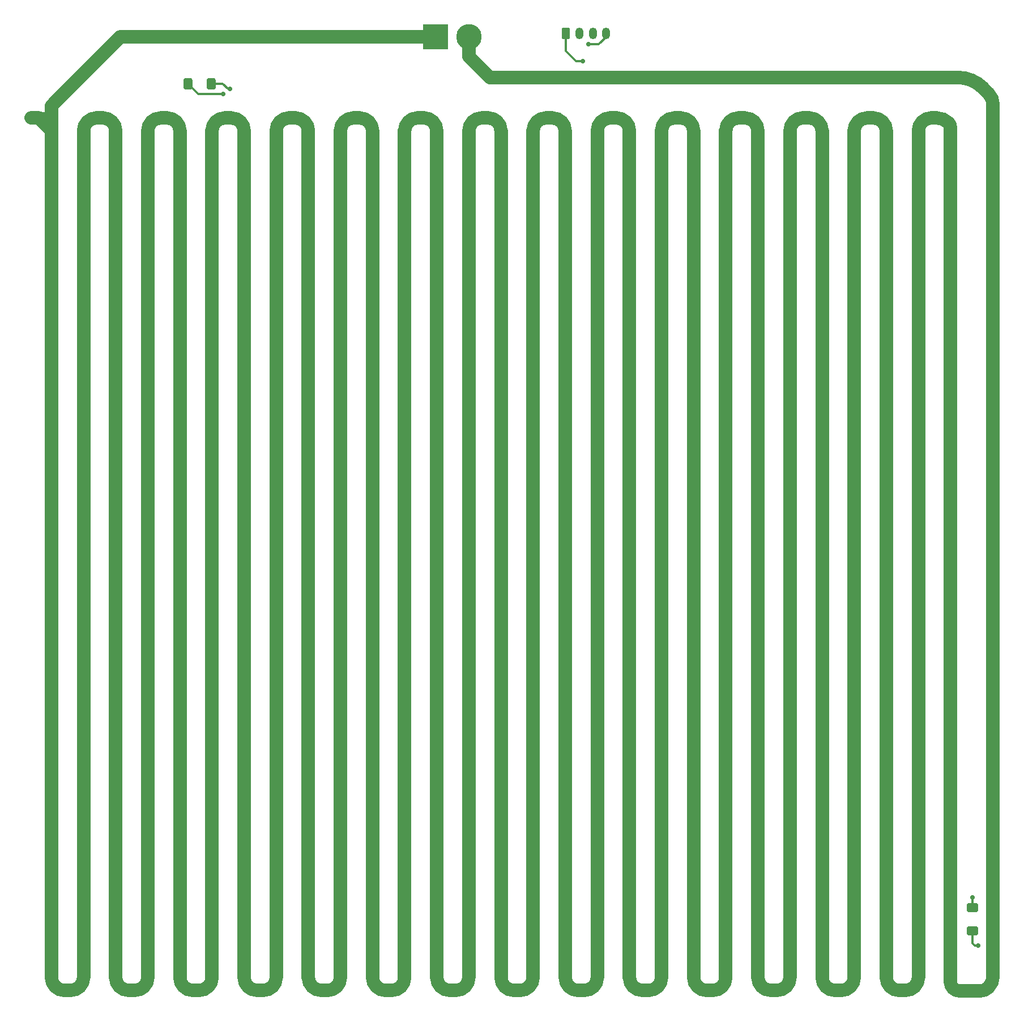
<source format=gbr>
%TF.GenerationSoftware,KiCad,Pcbnew,9.0.6-unknown-202512120022~866d92e1f6~ubuntu24.04.1*%
%TF.CreationDate,2026-01-16T23:30:06+02:00*%
%TF.ProjectId,TaltechPlate,54616c74-6563-4685-906c-6174652e6b69,rev?*%
%TF.SameCoordinates,Original*%
%TF.FileFunction,Copper,L1,Top*%
%TF.FilePolarity,Positive*%
%FSLAX46Y46*%
G04 Gerber Fmt 4.6, Leading zero omitted, Abs format (unit mm)*
G04 Created by KiCad (PCBNEW 9.0.6-unknown-202512120022~866d92e1f6~ubuntu24.04.1) date 2026-01-16 23:30:06*
%MOMM*%
%LPD*%
G01*
G04 APERTURE LIST*
G04 Aperture macros list*
%AMRoundRect*
0 Rectangle with rounded corners*
0 $1 Rounding radius*
0 $2 $3 $4 $5 $6 $7 $8 $9 X,Y pos of 4 corners*
0 Add a 4 corners polygon primitive as box body*
4,1,4,$2,$3,$4,$5,$6,$7,$8,$9,$2,$3,0*
0 Add four circle primitives for the rounded corners*
1,1,$1+$1,$2,$3*
1,1,$1+$1,$4,$5*
1,1,$1+$1,$6,$7*
1,1,$1+$1,$8,$9*
0 Add four rect primitives between the rounded corners*
20,1,$1+$1,$2,$3,$4,$5,0*
20,1,$1+$1,$4,$5,$6,$7,0*
20,1,$1+$1,$6,$7,$8,$9,0*
20,1,$1+$1,$8,$9,$2,$3,0*%
G04 Aperture macros list end*
%TA.AperFunction,ComponentPad*%
%ADD10RoundRect,0.250000X-0.350000X-0.625000X0.350000X-0.625000X0.350000X0.625000X-0.350000X0.625000X0*%
%TD*%
%TA.AperFunction,ComponentPad*%
%ADD11O,1.200000X1.750000*%
%TD*%
%TA.AperFunction,SMDPad,CuDef*%
%ADD12RoundRect,0.250000X0.400000X0.600000X-0.400000X0.600000X-0.400000X-0.600000X0.400000X-0.600000X0*%
%TD*%
%TA.AperFunction,SMDPad,CuDef*%
%ADD13RoundRect,0.250000X-0.600000X0.400000X-0.600000X-0.400000X0.600000X-0.400000X0.600000X0.400000X0*%
%TD*%
%TA.AperFunction,ComponentPad*%
%ADD14R,3.800000X3.800000*%
%TD*%
%TA.AperFunction,ComponentPad*%
%ADD15C,3.800000*%
%TD*%
%TA.AperFunction,ViaPad*%
%ADD16C,0.700000*%
%TD*%
%TA.AperFunction,Conductor*%
%ADD17C,2.000000*%
%TD*%
%TA.AperFunction,Conductor*%
%ADD18C,0.300000*%
%TD*%
G04 APERTURE END LIST*
D10*
%TO.P,J2,1,Pin_1*%
%TO.N,+3.3V*%
X106125000Y-38450000D03*
D11*
%TO.P,J2,2,Pin_2*%
%TO.N,/NTC_1*%
X108125000Y-38450000D03*
%TO.P,J2,3,Pin_3*%
%TO.N,/NTC_2*%
X110125000Y-38450000D03*
%TO.P,J2,4,Pin_4*%
%TO.N,GND*%
X112125000Y-38450000D03*
%TD*%
D12*
%TO.P,TH1,1*%
%TO.N,/NTC_1*%
X53100000Y-45975000D03*
%TO.P,TH1,2*%
%TO.N,GND*%
X49600000Y-45975000D03*
%TD*%
D13*
%TO.P,TH2,1*%
%TO.N,/NTC_2*%
X166875000Y-169150000D03*
%TO.P,TH2,2*%
%TO.N,GND*%
X166875000Y-172650000D03*
%TD*%
D14*
%TO.P,J1,1,Pin_1*%
%TO.N,Net-(J1-Pin_1)*%
X86625000Y-39000000D03*
D15*
%TO.P,J1,2,Pin_2*%
X91625000Y-39000000D03*
%TD*%
D16*
%TO.N,/NTC_1*%
X55850000Y-46800000D03*
%TO.N,GND*%
X167775000Y-174900000D03*
X54900000Y-47500000D03*
X109475000Y-40100000D03*
%TO.N,/NTC_2*%
X166875000Y-167700000D03*
%TO.N,+3.3V*%
X108650000Y-42600000D03*
%TD*%
D17*
%TO.N,Net-(J1-Pin_1)*%
X91625000Y-41925000D02*
X91625000Y-39000000D01*
X99290437Y-181560000D02*
X98330437Y-181560000D01*
X152090437Y-51100000D02*
X151130437Y-51100000D01*
X41690437Y-181560000D02*
X40730437Y-181560000D01*
X62810437Y-53020000D02*
X62810437Y-179640000D01*
X58010437Y-179640000D02*
X58010437Y-53020000D01*
X36890437Y-51100000D02*
X35930437Y-51100000D01*
X26162500Y-51100000D02*
X27290437Y-51100000D01*
X53210437Y-53020000D02*
X53210437Y-179640000D01*
X169275000Y-47425000D02*
X168454595Y-46604595D01*
X94490437Y-51100000D02*
X93530437Y-51100000D01*
X144410437Y-179640000D02*
X144410437Y-53020000D01*
X164990685Y-181650000D02*
X168007538Y-181650000D01*
X38810437Y-179640000D02*
X38810437Y-53020000D01*
X96410437Y-179640000D02*
X96410437Y-53020000D01*
X115610437Y-179640000D02*
X115610437Y-53020000D01*
X123290437Y-51100000D02*
X122330437Y-51100000D01*
X134810437Y-179640000D02*
X134810437Y-53020000D01*
X91610437Y-53020000D02*
X91610437Y-179640000D01*
X56090437Y-51100000D02*
X55130437Y-51100000D01*
X32090437Y-181560000D02*
X31130437Y-181560000D01*
X139610437Y-53020000D02*
X139610437Y-179640000D01*
X156890437Y-181560000D02*
X155930437Y-181560000D01*
X34010437Y-53020000D02*
X34010437Y-179640000D01*
X70490437Y-181560000D02*
X69530437Y-181560000D01*
X80090437Y-181560000D02*
X79130437Y-181560000D01*
X51290437Y-181560000D02*
X50330437Y-181560000D01*
X132890437Y-51100000D02*
X131930437Y-51100000D01*
X120410437Y-53020000D02*
X120410437Y-179640000D01*
X149210437Y-53020000D02*
X149210437Y-179640000D01*
X43610437Y-53020000D02*
X43610437Y-179640000D01*
X46490437Y-51100000D02*
X45530437Y-51100000D01*
X137690437Y-181560000D02*
X136730437Y-181560000D01*
X101210437Y-53020000D02*
X101210437Y-179640000D01*
X26330437Y-51100000D02*
X26162500Y-51100000D01*
X77210437Y-179640000D02*
X77210437Y-53020000D01*
X94750000Y-45050000D02*
X91625000Y-41925000D01*
X163971231Y-181196231D02*
X164025000Y-181250000D01*
X104090437Y-51100000D02*
X103130437Y-51100000D01*
X60890437Y-181560000D02*
X59930437Y-181560000D01*
X27290437Y-51100000D02*
X26330437Y-51100000D01*
X29210437Y-49264563D02*
X39475000Y-39000000D01*
X27290437Y-51100000D02*
X29210437Y-53020000D01*
X48410437Y-179640000D02*
X48410437Y-53020000D01*
X29210437Y-53020000D02*
X29210437Y-49264563D01*
X130010437Y-53020000D02*
X130010437Y-179640000D01*
X169975000Y-179467443D02*
X169975000Y-49114949D01*
X154010437Y-179640000D02*
X154010437Y-53020000D01*
X158810437Y-53020000D02*
X158810437Y-179640000D01*
X128090437Y-181560000D02*
X127130437Y-181560000D01*
X29210437Y-179640000D02*
X29210437Y-53020000D01*
X142490437Y-51100000D02*
X141530437Y-51100000D01*
X169275000Y-181125000D02*
X169298375Y-181100960D01*
X82010437Y-53020000D02*
X82010437Y-179640000D01*
X39475000Y-39000000D02*
X86625000Y-39000000D01*
X163600000Y-52513909D02*
X163600000Y-180300000D01*
X89690437Y-181560000D02*
X88730437Y-181560000D01*
X65690437Y-51100000D02*
X64730437Y-51100000D01*
X86810437Y-179640000D02*
X86810437Y-53020000D01*
X67610437Y-179640000D02*
X67610437Y-53020000D01*
X84890437Y-51100000D02*
X83930437Y-51100000D01*
X72410437Y-53020000D02*
X72410437Y-179640000D01*
X118490437Y-181560000D02*
X117530437Y-181560000D01*
X113690437Y-51100000D02*
X112730437Y-51100000D01*
X106010437Y-179640000D02*
X106010437Y-53020000D01*
X110810437Y-53020000D02*
X110810437Y-179640000D01*
X108890437Y-181560000D02*
X107930437Y-181560000D01*
X125210437Y-179640000D02*
X125210437Y-53020000D01*
X160730437Y-51100000D02*
X161514340Y-51100000D01*
X164701471Y-45050000D02*
X94750000Y-45050000D01*
X75290437Y-51100000D02*
X74330437Y-51100000D01*
X147290437Y-181560000D02*
X146330437Y-181560000D01*
X43610437Y-179640000D02*
G75*
G02*
X41690437Y-181560037I-1920037J0D01*
G01*
X40730437Y-181560000D02*
G75*
G02*
X38810400Y-179640000I-37J1920000D01*
G01*
X103130437Y-51100000D02*
G75*
G03*
X101210400Y-53020000I-37J-1920000D01*
G01*
X77210437Y-53020000D02*
G75*
G03*
X75290437Y-51099963I-1920037J0D01*
G01*
X67610437Y-53020000D02*
G75*
G03*
X65690437Y-51099963I-1920037J0D01*
G01*
X154010437Y-53020000D02*
G75*
G03*
X152090437Y-51099963I-1920037J0D01*
G01*
X131930437Y-51100000D02*
G75*
G03*
X130010400Y-53020000I-37J-1920000D01*
G01*
X144410437Y-53020000D02*
G75*
G03*
X142490437Y-51099963I-1920037J0D01*
G01*
X139610437Y-179640000D02*
G75*
G02*
X137690437Y-181560037I-1920037J0D01*
G01*
X59930437Y-181560000D02*
G75*
G02*
X58010400Y-179640000I-37J1920000D01*
G01*
X74330437Y-51100000D02*
G75*
G03*
X72410400Y-53020000I-37J-1920000D01*
G01*
X53210437Y-179640000D02*
G75*
G02*
X51290437Y-181560037I-1920037J0D01*
G01*
X69530437Y-181560000D02*
G75*
G02*
X67610400Y-179640000I-37J1920000D01*
G01*
X93530437Y-51100000D02*
G75*
G03*
X91610400Y-53020000I-37J-1920000D01*
G01*
X115610437Y-53020000D02*
G75*
G03*
X113690437Y-51099963I-1920037J0D01*
G01*
X86810437Y-53020000D02*
G75*
G03*
X84890437Y-51099963I-1920037J0D01*
G01*
X35930437Y-51100000D02*
G75*
G03*
X34010400Y-53020000I-37J-1920000D01*
G01*
X136730437Y-181560000D02*
G75*
G02*
X134810400Y-179640000I-37J1920000D01*
G01*
X79130437Y-181560000D02*
G75*
G02*
X77210400Y-179640000I-37J1920000D01*
G01*
X48410437Y-53020000D02*
G75*
G03*
X46490437Y-51099963I-1920037J0D01*
G01*
X134810437Y-53020000D02*
G75*
G03*
X132890437Y-51099963I-1920037J0D01*
G01*
X83930437Y-51100000D02*
G75*
G03*
X82010400Y-53020000I-37J-1920000D01*
G01*
X125210437Y-53020000D02*
G75*
G03*
X123290437Y-51099963I-1920037J0D01*
G01*
X168007538Y-181650000D02*
G75*
G03*
X169274989Y-181124989I-38J1792500D01*
G01*
X169298375Y-181100960D02*
G75*
G03*
X169975043Y-179467443I-1633475J1633560D01*
G01*
X163325000Y-51850000D02*
G75*
G02*
X163599996Y-52513909I-663900J-663900D01*
G01*
X112730437Y-51100000D02*
G75*
G03*
X110810400Y-53020000I-37J-1920000D01*
G01*
X110810437Y-179640000D02*
G75*
G02*
X108890437Y-181560037I-1920037J0D01*
G01*
X62810437Y-179640000D02*
G75*
G02*
X60890437Y-181560037I-1920037J0D01*
G01*
X117530437Y-181560000D02*
G75*
G02*
X115610400Y-179640000I-37J1920000D01*
G01*
X130010437Y-179640000D02*
G75*
G02*
X128090437Y-181560037I-1920037J0D01*
G01*
X141530437Y-51100000D02*
G75*
G03*
X139610400Y-53020000I-37J-1920000D01*
G01*
X169975000Y-49114949D02*
G75*
G03*
X169275014Y-47424986I-2389900J49D01*
G01*
X164025000Y-181250000D02*
G75*
G03*
X164990685Y-181650006I965700J965700D01*
G01*
X161514340Y-51100000D02*
G75*
G02*
X163324988Y-51850012I-40J-2560700D01*
G01*
X107930437Y-181560000D02*
G75*
G02*
X106010400Y-179640000I-37J1920000D01*
G01*
X91610437Y-179640000D02*
G75*
G02*
X89690437Y-181560037I-1920037J0D01*
G01*
X101210437Y-179640000D02*
G75*
G02*
X99290437Y-181560037I-1920037J0D01*
G01*
X29210437Y-53020000D02*
G75*
G03*
X27290437Y-51099963I-1920037J0D01*
G01*
X120410437Y-179640000D02*
G75*
G02*
X118490437Y-181560037I-1920037J0D01*
G01*
X38810437Y-53020000D02*
G75*
G03*
X36890437Y-51099963I-1920037J0D01*
G01*
X122330437Y-51100000D02*
G75*
G03*
X120410400Y-53020000I-37J-1920000D01*
G01*
X146330437Y-181560000D02*
G75*
G02*
X144410400Y-179640000I-37J1920000D01*
G01*
X98330437Y-181560000D02*
G75*
G02*
X96410400Y-179640000I-37J1920000D01*
G01*
X151130437Y-51100000D02*
G75*
G03*
X149210400Y-53020000I-37J-1920000D01*
G01*
X168454595Y-46604595D02*
G75*
G03*
X164701471Y-45050015I-3753095J-3753105D01*
G01*
X160730437Y-51100000D02*
G75*
G03*
X158810400Y-53020000I-37J-1920000D01*
G01*
X64730437Y-51100000D02*
G75*
G03*
X62810400Y-53020000I-37J-1920000D01*
G01*
X45530437Y-51100000D02*
G75*
G03*
X43610400Y-53020000I-37J-1920000D01*
G01*
X163600000Y-180300000D02*
G75*
G03*
X163971223Y-181196239I1267500J0D01*
G01*
X82010437Y-179640000D02*
G75*
G02*
X80090437Y-181560037I-1920037J0D01*
G01*
X34010437Y-179640000D02*
G75*
G02*
X32090437Y-181560037I-1920037J0D01*
G01*
X127130437Y-181560000D02*
G75*
G02*
X125210400Y-179640000I-37J1920000D01*
G01*
X72410437Y-179640000D02*
G75*
G02*
X70490437Y-181560037I-1920037J0D01*
G01*
X88730437Y-181560000D02*
G75*
G02*
X86810400Y-179640000I-37J1920000D01*
G01*
X158810437Y-179640000D02*
G75*
G02*
X156890437Y-181560037I-1920037J0D01*
G01*
X106010437Y-53020000D02*
G75*
G03*
X104090437Y-51099963I-1920037J0D01*
G01*
X155930437Y-181560000D02*
G75*
G02*
X154010400Y-179640000I-37J1920000D01*
G01*
X58010437Y-53020000D02*
G75*
G03*
X56090437Y-51099963I-1920037J0D01*
G01*
X149210437Y-179640000D02*
G75*
G02*
X147290437Y-181560037I-1920037J0D01*
G01*
X96410437Y-53020000D02*
G75*
G03*
X94490437Y-51099963I-1920037J0D01*
G01*
X31130437Y-181560000D02*
G75*
G02*
X29210400Y-179640000I-37J1920000D01*
G01*
X55130437Y-51100000D02*
G75*
G03*
X53210400Y-53020000I-37J-1920000D01*
G01*
X50330437Y-181560000D02*
G75*
G02*
X48410400Y-179640000I-37J1920000D01*
G01*
D18*
%TO.N,/NTC_1*%
X55625000Y-46800000D02*
X54800000Y-45975000D01*
X55850000Y-46800000D02*
X55625000Y-46800000D01*
X54800000Y-45975000D02*
X53100000Y-45975000D01*
%TO.N,GND*%
X112125000Y-39025000D02*
X112125000Y-38450000D01*
X111050000Y-40100000D02*
X112125000Y-39025000D01*
X54900000Y-47500000D02*
X51125000Y-47500000D01*
X109475000Y-40100000D02*
X111050000Y-40100000D01*
X51125000Y-47500000D02*
X49600000Y-45975000D01*
X166875000Y-174525000D02*
X166875000Y-172650000D01*
X167250000Y-174900000D02*
X166875000Y-174525000D01*
X167775000Y-174900000D02*
X167250000Y-174900000D01*
%TO.N,/NTC_2*%
X166875000Y-167700000D02*
X166875000Y-169150000D01*
%TO.N,+3.3V*%
X108650000Y-42600000D02*
X107625000Y-42600000D01*
X107625000Y-42600000D02*
X106125000Y-41100000D01*
X106125000Y-41100000D02*
X106125000Y-38450000D01*
%TD*%
M02*

</source>
